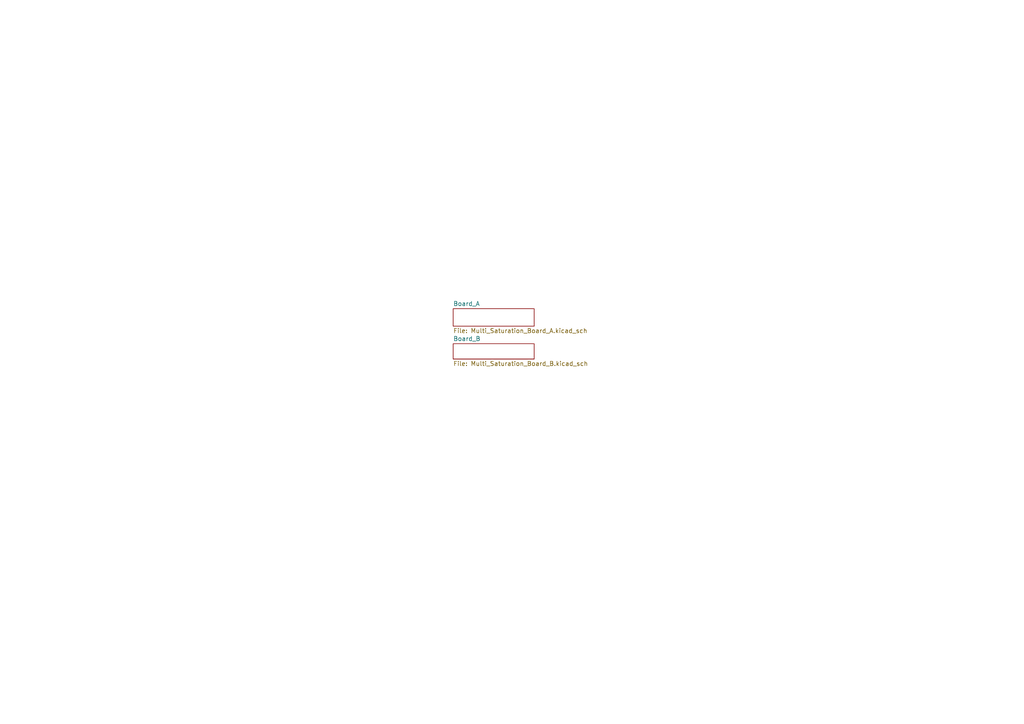
<source format=kicad_sch>
(kicad_sch (version 20230121) (generator eeschema)
  (paper "A4")
  (title_block (title "Eurorack Multi Saturation Module") (date "2023-12-28") (rev "0.6") (company "DIYSynthManila") (comment 1 "This version is a prototype."))
  (lib_symbols)
  (sheet (at 131.445 89.535) (size 23.495 5.08) (stroke (width 0.1524))
    (property "Sheetname" "Board_A" (at 131.445 88.8234 0) (effects (justify left bottom)))
    (property "Sheetfile" "Multi_Saturation_Board_A.kicad_sch" (at 131.445 95.1996 0) (effects (justify left top)))
  )
  (sheet (at 131.445 99.695) (size 23.495 4.445) (stroke (width 0.1524))
    (property "Sheetname" "Board_B" (at 131.445 98.9834 0) (effects (justify left bottom)))
    (property "Sheetfile" "Multi_Saturation_Board_B.kicad_sch" (at 131.445 104.7246 0) (effects (justify left top)))
  )
)
</source>
